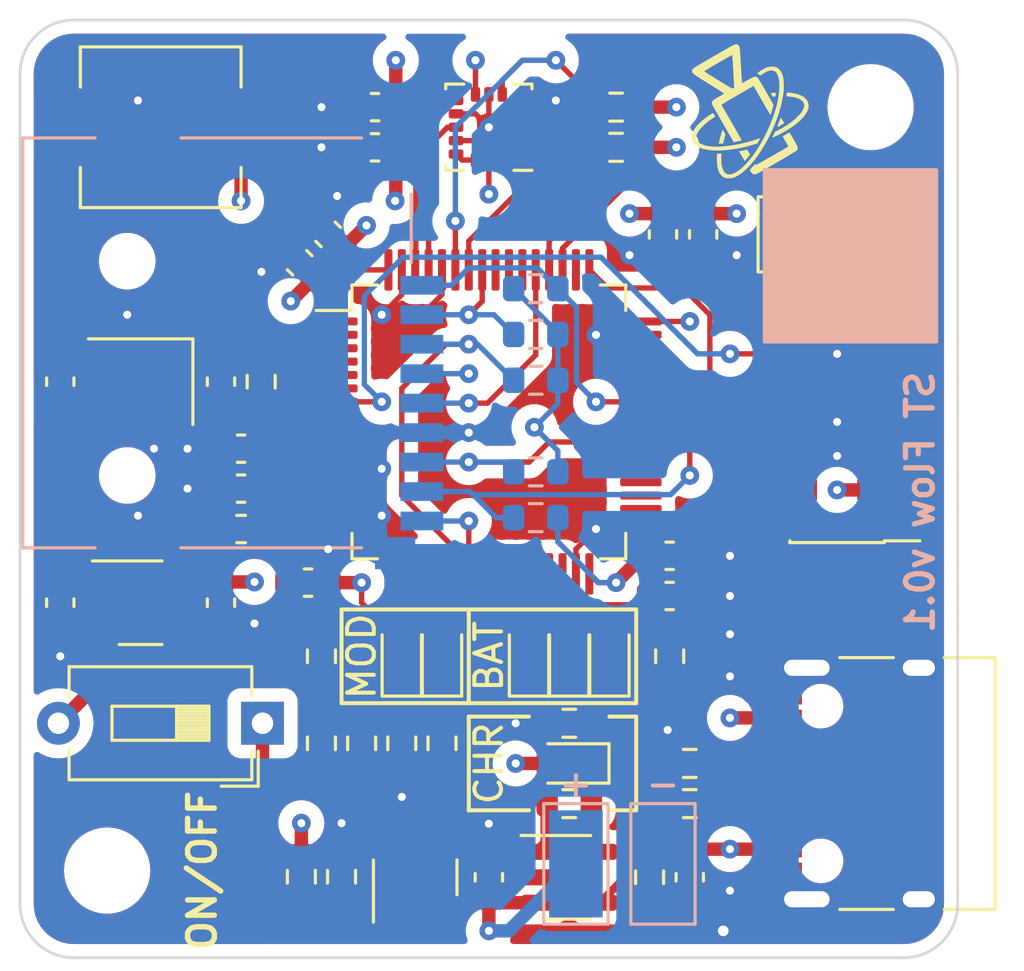
<source format=kicad_pcb>
(kicad_pcb (version 20211014) (generator pcbnew)
  (layers (0 "F.Cu" signal) (1 "In1.Cu" power) (2 "In2.Cu" power) (31 "B.Cu" signal) (34 "B.Paste" user) (35 "F.Paste" user) (36 "B.SilkS" user "B.Silkscreen") (37 "F.SilkS" user "F.Silkscreen") (38 "B.Mask" user) (39 "F.Mask" user) (44 "Edge.Cuts" user))
  (net 0 "")
  (net 11 "SD_D1")
  (net 16 "SD_D0")
  (net 19 "SD_CLK")
  (net 20 "SD_CMD")
  (net 22 "SD_D3")
  (net 28 "SD_D2")
  (net 30 "SD_CD")
  (net 31 "GND")
  (net 32 "+5V")
  (net 33 "/CC1")
  (net 37 "/CC2")
  (net 43 "JTAG_SWDIO")
  (net 44 "JTAG_SWCLK")
  (net 48 "JTAG_NRST")
  (net 49 "JTAG_UART_RX")
  (net 50 "JTAG_UART_TX")
  (net 51 "GYRO_SDA")
  (net 52 "GYRO_SCL")
  (net 55 "GYRO_IRQ2")
  (net 56 "GYRO_IRQ1")
  (net 57 "Net-(C103-Pad2)")
  (net 58 "Net-(C105-Pad1)")
  (net 59 "Net-(C106-Pad1)")
  (net 60 "VBAT")
  (net 61 "MCU_VBAT")
  (net 62 "MCU_VREF+")
  (net 64 "Net-(Q101-Pad3)")
  (net 65 "Net-(R105-Pad1)")
  (net 66 "Net-(D101-Pad1)")
  (net 67 "Net-(J102-Pad13)")
  (net 68 "Net-(J102-Pad14)")
  (net 69 "BAT_SENSE")
  (net 70 "Net-(D102-Pad1)")
  (net 71 "Net-(D103-Pad1)")
  (net 72 "Net-(D104-Pad1)")
  (net 73 "Net-(D105-Pad1)")
  (net 74 "Net-(D106-Pad1)")
  (net 75 "USER_BTN_IRQ")
  (net 76 "LED_1")
  (net 77 "LED_2")
  (net 78 "LED_3")
  (net 79 "LED_4")
  (net 80 "LED_5")
  (net 81 "CEL+")
  (net 82 "Net-(Q101-Pad1)")
  (net 84 "Net-(R107-Pad1)")
  (net 85 "Net-(R108-Pad1)")
  (footprint "Capacitor_SMD:C_0603_1608Metric" (layer "F.Cu") (at 164.499999 88 -90)
    (fp_text reference "C111" hide)
    (fp_text value "4.7uF" hide)
  )
  (footprint "Jumper:SolderJumper-2_P1.3mm_Bridged_Pad1.0x1.5mm" (layer "F.Cu") (at 167.55 88 90)
    (fp_text reference "JP102" hide)
    (fp_text value "SolderJumper_2_Bridged" hide)
  )
  (footprint "Resistor_SMD:R_0603_1608Metric" (layer "F.Cu") (at 149.5 111.98 -90)
    (fp_text reference "R116" hide)
    (fp_text value "??" hide)
  )
  (footprint "Package_TO_SOT_SMD:SOT-23" (layer "F.Cu") (at 153.75 112 90)
    (fp_text reference "Q101" hide)
    (fp_text value "TP0610T" hide)
  )
  (footprint "Capacitor_SMD:C_0603_1608Metric" (layer "F.Cu") (at 164 112 -90)
    (fp_text reference "C116" hide)
    (fp_text value "4.7uF" hide)
  )
  (footprint "Capacitor_SMD:C_0603_1608Metric" (layer "F.Cu") (at 147.25 97.49 180)
    (fp_text reference "C112" hide)
    (fp_text value "100nF" hide)
  )
  (footprint "Capacitor_SMD:C_0603_1608Metric" (layer "F.Cu") (at 150.5 88 135)
    (fp_text reference "C113" hide)
    (fp_text value "1uF" hide)
  )
  (footprint "MountingHole:MountingHole_2.2mm_M2_ISO14580" (layer "F.Cu") (at 170.75 83.25)
    (fp_text reference "H102" hide)
    (fp_text value "MountingHole_Pad" hide)
  )
  (footprint "Resistor_SMD:R_0603_1608Metric" (layer "F.Cu") (at 161.25 84.75 180)
    (fp_text reference "R104" hide)
    (fp_text value "10k" hide)
  )
  (footprint "Resistor_SMD:R_0603_1608Metric" (layer "F.Cu") (at 150.25 107 90)
    (fp_text reference "R114" hide)
    (fp_text value "10k" hide)
  )
  (footprint "Capacitor_SMD:C_0603_1608Metric" (layer "F.Cu") (at 147.25 96 180)
    (fp_text reference "C104" hide)
    (fp_text value "100nF" hide)
  )
  (footprint "Capacitor_SMD:C_0603_1608Metric" (layer "F.Cu") (at 140.5 101.75 -90)
    (fp_text reference "C114" hide)
    (fp_text value "1uF" hide)
  )
  (footprint "Resistor_SMD:R_0603_1608Metric" (layer "F.Cu") (at 150.25 103.75 90)
    (fp_text reference "R115" hide)
    (fp_text value "10k" hide)
  )
  (footprint "Resistor_SMD:R_0603_1608Metric" (layer "F.Cu") (at 162.5 112 -90)
    (fp_text reference "R107" hide)
    (fp_text value "12k" hide)
  )
  (footprint "LED_SMD:LED_0603_1608Metric" (layer "F.Cu") (at 153.25 103.75 90)
    (fp_text reference "D102" hide)
    (fp_text value "LED" hide)
  )
  (footprint "Package_LGA:LGA-16_3x3mm_P0.5mm_LayoutBorder3x5y" (layer "F.Cu") (at 156.5 84 180)
    (fp_text reference "U102" hide)
    (fp_text value "ST_LIS3DHTR" hide)
  )
  (footprint "Resistor_SMD:R_0603_1608Metric" (layer "F.Cu") (at 148 93.5 90)
    (fp_text reference "R105" hide)
    (fp_text value "1.2k" hide)
  )
  (footprint "Capacitor_SMD:C_0603_1608Metric" (layer "F.Cu") (at 163.25 101.5 180)
    (fp_text reference "C103" hide)
    (fp_text value "4.7uF" hide)
  )
  (footprint "Button_Switch_THT:SW_DIP_SPSTx01_Slide_6.7x4.1mm_W7.62mm_P2.54mm_LowProfile" (layer "F.Cu") (at 148.05 106.25 180)
    (fp_text reference "SW102" hide)
    (fp_text value "SW_DIP_x01" hide)
  )
  (footprint "Package_TO_SOT_SMD:SOT-23-5" (layer "F.Cu") (at 143.5 101.75)
    (fp_text reference "U103" hide)
    (fp_text value "MCP1802x-xx02xOT" hide)
  )
  (footprint "LED_SMD:LED_0603_1608Metric" (layer "F.Cu") (at 158 103.75 90)
    (fp_text reference "D104" hide)
    (fp_text value "LED" hide)
  )
  (footprint "LED_SMD:LED_0603_1608Metric" (layer "F.Cu") (at 161 103.75 90)
    (fp_text reference "D106" hide)
    (fp_text value "LED" hide)
  )
  (footprint "Resistor_SMD:R_0603_1608Metric" (layer "F.Cu") (at 164 107.75 180)
    (fp_text reference "R102" hide)
    (fp_text value "5.1k" hide)
  )
  (footprint "Capacitor_SMD:C_0603_1608Metric" (layer "F.Cu") (at 146.5 101.75 -90)
    (fp_text reference "C115" hide)
    (fp_text value "1uF" hide)
  )
  (footprint "Resistor_SMD:R_0603_1608Metric" (layer "F.Cu") (at 161.25 83.25 180)
    (fp_text reference "R103" hide)
    (fp_text value "10k" hide)
  )
  (footprint "MountingHole:MountingHole_2.2mm_M2_ISO14580" (layer "F.Cu") (at 142.25 111.75)
    (fp_text reference "H101" hide)
    (fp_text value "MountingHole_Pad" hide)
  )
  (footprint "Capacitor_SMD:C_0603_1608Metric" (layer "F.Cu") (at 149.75 101 180)
    (fp_text reference "C110" hide)
    (fp_text value "100nF" hide)
  )
  (footprint "Inductor_SMD:L_0603_1608Metric" (layer "F.Cu") (at 147.25 99)
    (fp_text reference "FB101" hide)
    (fp_text value "600R@100MHz" hide)
  )
  (footprint "LED_SMD:LED_0603_1608Metric" (layer "F.Cu") (at 159.5 103.75 90)
    (fp_text reference "D105" hide)
    (fp_text value "LED" hide)
  )
  (footprint "LED_SMD:LED_0603_1608Metric" (layer "F.Cu") (at 159.5 107.75 180)
    (fp_text reference "D101" hide)
    (fp_text value "LED" hide)
  )
  (footprint "Package_TO_SOT_SMD:SOT-23-5" (layer "F.Cu") (at 159.5 112)
    (fp_text reference "U104" hide)
    (fp_text value "MCP73831-2-OT" hide)
  )
  (footprint "Resistor_SMD:R_0603_1608Metric" (layer "F.Cu") (at 151.75 107 -90)
    (fp_text reference "R109" hide)
    (fp_text value "470" hide)
  )
  (footprint "Resistor_SMD:R_0603_1608Metric" (layer "F.Cu") (at 151 111.98 90)
    (fp_text reference "R106" hide)
    (fp_text value "10k" hide)
  )
  (footprint "Connector_USB:USB_C_Receptacle_HRO_TYPE-C-31-M-12" (layer "F.Cu") (at 171.5 108.5 90)
    (fp_text reference "J101" hide)
    (fp_text value "USB_C_Receptacle_USB2.0" hide)
  )
  (footprint "Button_Switch_SMD:SW_SPST_B3U-1000P" (layer "F.Cu") (at 144.25 84)
    (fp_text reference "SW101" hide)
    (fp_text value "SW_Push" hide)
  )
  (footprint "LOGO" (layer "F.Cu") (at 166.2 83.4 90)
    (fp_text reference "G***" hide)
    (fp_text value "LOGO" hide)
  )
  (footprint "Connector_PinHeader_1.27mm:PinHeader_2x07_P1.27mm_Vertical_SMD" (layer "F.Cu") (at 169.5 95 180)
    (fp_text reference "J102" hide)
    (fp_text value "Conn_02x07_Odd_Even" hide)
  )
  (footprint "Capacitor_SMD:C_0603_1608Metric" (layer "F.Cu") (at 156.5 112 90)
    (fp_text reference "C117" hide)
    (fp_text value "4.7uF" hide)
  )
  (footprint "Package_QFP:LQFP-64_10x10mm_P0.5mm" (layer "F.Cu") (at 156.5 95)
    (fp_text reference "U101" hide)
    (fp_text value "STM32F412RGTx" hide)
  )
  (footprint "Resistor_SMD:R_0603_1608Metric" (layer "F.Cu") (at 159.5 109.25)
    (fp_text reference "R108" hide)
    (fp_text value "470" hide)
  )
  (footprint "Resistor_SMD:R_0603_1608Metric" (layer "F.Cu") (at 154.75 107 -90)
    (fp_text reference "R111" hide)
    (fp_text value "470" hide)
  )
  (footprint "Crystal:Crystal_SMD_EuroQuartz_MT-4Pin_3.2x2.5mm" (layer "F.Cu") (at 143.5 93.5 180)
    (fp_text reference "Y101" hide)
    (fp_text value "16 Mhz" hide)
  )
  (footprint "Capacitor_SMD:C_0603_1608Metric" (layer "F.Cu") (at 149.43934 89.06066 135)
    (fp_text reference "C109" hide)
    (fp_text value "100nF" hide)
  )
  (footprint "Capacitor_SMD:C_0603_1608Metric" (layer "F.Cu") (at 152.25 84.75 180)
    (fp_text reference "C101" hide)
    (fp_text value "10uF" hide)
  )
  (footprint "Resistor_SMD:R_0603_1608Metric" (layer "F.Cu") (at 153.25 107 -90)
    (fp_text reference "R110" hide)
    (fp_text value "470" hide)
  )
  (footprint "Resistor_SMD:R_0603_1608Metric" (layer "F.Cu") (at 164 109.25 180)
    (fp_text reference "R101" hide)
    (fp_text value "5.1k" hide)
  )
  (footprint "Capacitor_SMD:C_0603_1608Metric" (layer "F.Cu") (at 146.5 93.5 -90)
    (fp_text reference "C106" hide)
    (fp_text value "12pF" hide)
  )
  (footprint "Capacitor_SMD:C_0603_1608Metric" (layer "F.Cu") (at 140.5 93.5 90)
    (fp_text reference "C105" hide)
    (fp_text value "12pF" hide)
  )
  (footprint "Capacitor_SMD:C_0603_1608Metric" (layer "F.Cu") (at 152.25 83.25 180)
    (fp_text reference "C102" hide)
    (fp_text value "100nF" hide)
  )
  (footprint "LED_SMD:LED_0603_1608Metric" (layer "F.Cu") (at 154.75 103.75 90)
    (fp_text reference "D103" hide)
    (fp_text value "LED" hide)
  )
  (footprint "Capacitor_SMD:C_0603_1608Metric" (layer "F.Cu") (at 163 88 -90)
    (fp_text reference "C108" hide)
    (fp_text value "100nF" hide)
  )
  (footprint "Capacitor_SMD:C_0603_1608Metric" (layer "F.Cu") (at 163.25 100)
    (fp_text reference "C107" hide)
    (fp_text value "100nF" hide)
  )
  (footprint "Jumper:SolderJumper-2_P1.3mm_Bridged_Pad1.0x1.5mm" (layer "F.Cu") (at 171.45 88 -90)
    (fp_text reference "JP101" hide)
    (fp_text value "SolderJumper_2_Bridged" hide)
  )
  (footprint "Resistor_SMD:R_0603_1608Metric" (layer "F.Cu") (at 163.25 103.75 90)
    (fp_text reference "R113" hide)
    (fp_text value "470" hide)
  )
  (footprint "Resistor_SMD:R_0603_1608Metric" (layer "F.Cu") (at 159.5 106.25 180)
    (fp_text reference "R112" hide)
    (fp_text value "470" hide)
  )
  (footprint "sd_slot:sd_lcsc" (layer "B.Cu") (at 153 97.4 90)
    (fp_text reference "U105" hide)
    (fp_text value "sd_slot_lcsc" hide)
  )
  (footprint "TestPoint:TestPoint_Pad_2.0x2.0mm" (layer "B.Cu") (at 159.75 111.5 -90)
    (fp_text reference "TP102" hide)
    (fp_text value "TestPoint" hide)
  )
  (footprint "TestPoint:TestPoint_Pad_2.0x2.0mm" (layer "B.Cu") (at 163 111.5 -90)
    (fp_text reference "TP101" hide)
    (fp_text value "TestPoint" hide)
  )
  (footprint "Resistor_SMD:R_0603_1608Metric" (layer "B.Cu") (at 158.25 98.575 180)
    (fp_text reference "R117" hide)
    (fp_text value "47k" hide)
  )
  (footprint "Resistor_SMD:R_0603_1608Metric" (layer "B.Cu") (at 158.25 90.025)
    (fp_text reference "R122" hide)
    (fp_text value "47k" hide)
  )
  (footprint "Resistor_SMD:R_0603_1608Metric" (layer "B.Cu") (at 158.25 93.445 180)
    (fp_text reference "R120" hide)
    (fp_text value "47k" hide)
  )
  (footprint "Resistor_SMD:R_0603_1608Metric" (layer "B.Cu") (at 158.25 96.865 180)
    (fp_text reference "R118" hide)
    (fp_text value "47k" hide)
  )
  (footprint "Resistor_SMD:R_0603_1608Metric" (layer "B.Cu") (at 158.25 91.735 180)
    (fp_text reference "R121" hide)
    (fp_text value "47k" hide)
  )
  (gr_rect (start 173.2 85.6) (end 166.8 92) (layer "B.SilkS") (width 0.15) (fill solid))
  (gr_line (start 155.75 105.5) (end 162 105.5) (layer "F.SilkS") (width 0.15))
  (gr_line (start 151 102) (end 155.75 102) (layer "F.SilkS") (width 0.15))
  (gr_line (start 161 106) (end 162 106) (layer "F.SilkS") (width 0.15))
  (gr_line (start 155.75 109.5) (end 158 109.5) (layer "F.SilkS") (width 0.15))
  (gr_line (start 155.75 106) (end 158 106) (layer "F.SilkS") (width 0.15))
  (gr_line (start 162 102) (end 155.75 102) (layer "F.SilkS") (width 0.15))
  (gr_line (start 151 105.5) (end 151 102) (layer "F.SilkS") (width 0.15))
  (gr_line (start 162 109.5) (end 161 109.5) (layer "F.SilkS") (width 0.15))
  (gr_line (start 155.75 106) (end 155.75 109.5) (layer "F.SilkS") (width 0.15))
  (gr_line (start 162 106) (end 162 109.5) (layer "F.SilkS") (width 0.15))
  (gr_line (start 155.75 105.5) (end 151 105.5) (layer "F.SilkS") (width 0.15))
  (gr_line (start 162 105.5) (end 162 102) (layer "F.SilkS") (width 0.15))
  (gr_line (start 155.75 102) (end 155.75 105.5) (layer "F.SilkS") (width 0.15))
  (gr_arc locked (start 172 80) (mid 173.414214 80.585786) (end 174 82) (layer "Edge.Cuts") (width 0.1))
  (gr_line locked (start 174 82) (end 174 113) (layer "Edge.Cuts") (width 0.1))
  (gr_arc locked (start 139 82) (mid 139.585786 80.585786) (end 141 80) (layer "Edge.Cuts") (width 0.1))
  (gr_arc locked (start 174 113) (mid 173.414214 114.414214) (end 172 115) (layer "Edge.Cuts") (width 0.1))
  (gr_line locked (start 141 80) (end 172 80) (layer "Edge.Cuts") (width 0.1))
  (gr_line locked (start 139 113) (end 139 82) (layer "Edge.Cuts") (width 0.1))
  (gr_line locked (start 172 115) (end 141 115) (layer "Edge.Cuts") (width 0.1))
  (gr_arc locked (start 141 115) (mid 139.585786 114.414214) (end 139 113) (layer "Edge.Cuts") (width 0.1))
  (gr_text "ST Flow v0.1" (at 172.6 98 90) (layer "B.SilkS") (effects (font (size 1 1) (thickness 0.2)) (justify mirror)))
  (gr_text "-" (at 163 108.5) (layer "B.SilkS") (effects (font (size 1 1)) (justify mirror)))
  (gr_text "+" (at 159.75 108.5) (layer "B.SilkS") (effects (font (size 1 1)) (justify mirror)))
  (gr_text "MOD\n" (at 151.75 103.75 90) (layer "F.SilkS") (effects (font (size 1 1))))
  (gr_text "BAT" (at 156.5 103.75 90) (layer "F.SilkS") (effects (font (size 1 1))))
  (gr_text "CHR" (at 156.5 107.75 90) (layer "F.SilkS") (effects (font (size 1 1))))
  (gr_text "ON/OFF" (at 145.8 111.75 90) (layer "F.SilkS") (effects (font (size 1 1) (thickness 0.2))))
  (segment (start 163.125 95.25) (end 162.175 95.25) (width 0.2) (layer "F.Cu") (net 11))
  (segment (start 164 96.125) (end 163.125 95.25) (width 0.2) (layer "F.Cu") (net 11))
  (segment (start 164 97) (end 164 96.125) (width 0.2) (layer "F.Cu") (net 11))
  (via (at 164 97) (size 0.7) (drill 0.3) (layers "F.Cu" "B.Cu") (net 11))
  (segment (start 156.775 98.575) (end 155.8 97.6) (width 0.2) (layer "B.Cu") (net 11))
  (segment (start 155.8 97.6) (end 154 97.6) (width 0.2) (layer "B.Cu") (net 11))
  (segment (start 163.285612 97.714388) (end 164 97) (width 0.2) (layer "B.Cu") (net 11))
  (segment (start 157.425 98.575) (end 156.775 98.575) (width 0.2) (layer "B.Cu") (net 11))
  (segment (start 155.903908 97.714388) (end 163.285612 97.714388) (width 0.2) (layer "B.Cu") (net 11))
  (segment (start 155.78952 97.6) (end 155.903908 97.714388) (width 0.2) (layer "B.Cu") (net 11))
  (segment (start 162.175 95.75) (end 158.75 95.75) (width 0.2) (layer "F.Cu") (net 16))
  (segment (start 158 96.5) (end 155.75 96.5) (width 0.2) (layer "F.Cu") (net 16))
  (segment (start 158.75 95.75) (end 158 96.5) (width 0.2) (layer "F.Cu") (net 16))
  (via (at 155.75 96.5) (size 0.7) (drill 0.3) (layers "F.Cu" "B.Cu") (net 16))
  (segment (start 157.06 96.5) (end 157.425 96.865) (width 0.2) (layer "B.Cu") (net 16))
  (segment (start 155.75 96.5) (end 154 96.5) (width 0.2) (layer "B.Cu") (net 16))
  (segment (start 155.75 96.5) (end 157.06 96.5) (width 0.2) (layer "B.Cu") (net 16))
  (segment (start 156.45 94.3) (end 158.25 92.5) (width 0.2) (layer "F.Cu") (net 19))
  (segment (start 155.75 94.3) (end 155.8 94.25) (width 0.2) (layer "F.Cu") (net 19))
  (segment (start 158.25 92.5) (end 158.25 89.325) (width 0.2) (layer "F.Cu") (net 19))
  (segment (start 155.8 94.3) (end 156.45 94.3) (width 0.2) (layer "F.Cu") (net 19))
  (via (at 155.75 94.3) (size 0.7) (drill 0.3) (layers "F.Cu" "B.Cu") (net 19))
  (segment (start 155.75 94.3) (end 154 94.3) (width 0.2) (layer "B.Cu") (net 19))
  (segment (start 153.25 97.75) (end 155.25 99.75) (width 0.2) (layer "F.Cu") (net 20))
  (segment (start 155.75 92.1) (end 154.9 92.1) (width 0.2) (layer "F.Cu") (net 20))
  (segment (start 154.9 92.1) (end 153.25 93.75) (width 0.2) (layer "F.Cu") (net 20))
  (segment (start 153.25 93.75) (end 153.25 97.75) (width 0.2) (layer "F.Cu") (net 20))
  (segment (start 155.25 99.75) (end 155.25 100.675) (width 0.2) (layer "F.Cu") (net 20))
  (via (at 155.75 92.1) (size 0.7) (drill 0.3) (layers "F.Cu" "B.Cu") (net 20))
  (segment (start 155.75 92.1) (end 154 92.1) (width 0.2) (layer "B.Cu") (net 20))
  (segment (start 156.08 92.1) (end 157.425 93.445) (width 0.2) (layer "B.Cu") (net 20))
  (segment (start 155.75 92.1) (end 156.08 92.1) (width 0.2) (layer "B.Cu") (net 20))
  (segment (start 155.75 91) (end 156.25 90.5) (width 0.2) (layer "F.Cu") (net 22))
  (segment (start 156.25 90.5) (end 156.25 89.325) (width 0.2) (layer "F.Cu") (net 22))
  (via (at 155.75 91) (size 0.7) (drill 0.3) (layers "F.Cu" "B.Cu") (net 22))
  (segment (start 156.69 91) (end 157.425 91.735) (width 0.2) (layer "B.Cu") (net 22))
  (segment (start 155.75 91) (end 156.69 91) (width 0.2) (layer "B.Cu") (net 22))
  (segment (start 155.75 91) (end 154 91) (width 0.2) (layer "B.Cu") (net 22))
  (segment (start 162.175 94.25) (end 160.5 94.25) (width 0.2) (layer "F.Cu") (net 28))
  (via (at 160.5 94.25) (size 0.7) (drill 0.3) (layers "F.Cu" "B.Cu") (net 28))
  (segment (start 155.1 89.9) (end 154 89.9) (width 0.2) (layer "B.Cu") (net 28))
  (segment (start 159.77452 90.72452) (end 159.77452 93.52452) (width 0.2) (layer "B.Cu") (net 28))
  (segment (start 159.075 90.025) (end 158.30048 89.25048) (width 0.2) (layer "B.Cu") (net 28))
  (segment (start 159.075 90.025) (end 159.77452 90.72452) (width 0.2) (layer "B.Cu") (net 28))
  (segment (start 159.77452 93.52452) (end 160.5 94.25) (width 0.2) (layer "B.Cu") (net 28))
  (segment (start 155.74952 89.25048) (end 155.1 89.9) (width 0.2) (layer "B.Cu") (net 28))
  (segment (start 158.30048 89.25048) (end 155.74952 89.25048) (width 0.2) (layer "B.Cu") (net 28))
  (segment (start 155.75 98.7) (end 155.75 100.675) (width 0.2) (layer "F.Cu") (net 30))
  (via (at 155.75 98.7) (size 0.7) (drill 0.3) (layers "F.Cu" "B.Cu") (net 30))
  (segment (start 154 98.7) (end 155.75 98.7) (width 0.2) (layer "B.Cu") (net 30))
  (segment (start 142.4 92.6) (end 142.4 91.6) (width 0.5) (layer "F.Cu") (net 31))
  (segment (start 167.455 111.75) (end 166.25 111.75) (width 0.5) (layer "F.Cu") (net 31))
  (segment (start 153.25 100.675) (end 153.25 99.25) (width 0.2) (layer "F.Cu") (net 31))
  (segment (start 153.25 109) (end 153.575 109) (width 0.5) (layer "F.Cu") (net 31))
  (segment (start 149.85 102.525) (end 150.25 102.925) (width 0.5) (layer "F.Cu") (net 31))
  (segment (start 165.5 102.925) (end 163.25 102.925) (width 0.5) (layer "F.Cu") (net 31))
  (segment (start 154.75 89.325) (end 154.75 90.25) (width 0.2) (layer "F.Cu") (net 31))
  (segment (start 148.975 101) (end 148.975 101.775) (width 0.5) (layer "F.Cu") (net 31))
  (segment (start 153.25 89.325) (end 153.25 90.25) (width 0.2) (layer "F.Cu") (net 31))
  (segment (start 148.891331 88.512652) (end 148.007449 89.396537) (width 0.5) (layer "F.Cu") (net 31))
  (segment (start 159.75 99.75) (end 160.5 99) (width 0.2) (layer "F.Cu") (net 31))
  (segment (start 141.275 101.75) (end 140.5 102.525) (width 0.5) (layer "F.Cu") (net 31))
  (segment (start 152.925 109) (end 151.75 107.825) (width 0.5) (layer "F.Cu") (net 31))
  (segment (start 163.175 107.75) (end 163.175 106.5) (width 0.5) (layer "F.Cu") (net 31))
  (segment (start 154 91) (end 152.5 91) (width 0.2) (layer "F.Cu") (net 31))
  (segment (start 155.275 84.5) (end 156 84.5) (width 0.2) (layer "F.Cu") (net 31))
  (segment (start 165.225 112.775) (end 165.5 112.5) (width 0.5) (layer "F.Cu") (net 31))
  (segment (start 171.45 95) (end 169.5 95) (width 0.5) (layer "F.Cu") (net 31))
  (segment (start 156 83.5) (end 156.5 84) (width 0.2) (layer "F.Cu") (net 31))
  (segment (start 154.75 90.25) (end 154 91) (width 0.2) (layer "F.Cu") (net 31))
  (segment (start 156.5 111.225) (end 156.5 110) (width 0.5) (layer "F.Cu") (net 31))
  (segment (start 165.5 100) (end 164.025 100) (width 0.5) (layer "F.Cu") (net 31))
  (segment (start 148.975 101.775) (end 148.225 102.525) (width 0.5) (layer "F.Cu") (net 31))
  (segment (start 159.75 100.675) (end 159.75 99.75) (width 0.2) (layer "F.Cu") (net 31))
  (segment (start 166.25 111.75) (end 165.5 112.5) (width 0.5) (layer "F.Cu") (net 31))
  (segment (start 151 109.98) (end 151 111.155) (width 0.5) (layer "F.Cu") (net 31))
  (segment (start 158.3625 112) (end 157.275 112) (width 0.5) (layer "F.Cu") (net 31))
  (segment (start 161.75 88.775) (end 162.999999 88.775001) (width 0.5) (layer "F.Cu") (net 31))
  (segment (start 146.5 94.275) (end 144.725 94.275) (width 0.5) (layer "F.Cu") (net 31))
  (segment (start 165.5 101.5) (end 164.025 101.5) (width 0.5) (layer "F.Cu") (net 31))
  (segment (start 162.175 91.75) (end 160.5 91.75) (width 0.2) (layer "F.Cu") (net 31))
  (segment (start 159 83) (end 157.725 83) (width 0.2) (layer "F.Cu") (net 31))
  (segment (start 144.6 94.4) (end 144.6 95.4) (width 0.5) (layer "F.Cu") (net 31))
  (segment (start 149.951992 87.451991) (end 150.835877 86.568109) (width 0.5) (layer "F.Cu") (net 31))
  (segment (start 148.225 102.525) (end 147.75 102.525) (width 0.5) (layer "F.Cu") (net 31))
  (segment (start 167.455 105.25) (end 166.25 105.25) (width 0.5) (layer "F.Cu") (net 31))
  (segment (start 144.6 95.4) (end 144 96) (width 0.5) (layer "F.Cu") (net 31))
  (segment (start 155.275 83.5) (end 156 83.5) (width 0.2) (layer "F.Cu") (net 31))
  (segment (start 171.45 92.46) (end 169.5 92.46) (width 0.5) (layer "F.Cu") (net 31))
  (segment (start 156.5 82.775) (end 156.5 84) (width 0.2) (layer "F.Cu") (net 31))
  (segment (start 153.25 109) (end 152.925 109) (width 0.5) (layer "F.Cu") (net 31))
  (segment (start 153.575 109) (end 154.75 107.825) (width 0.5) (layer "F.Cu") (net 31))
  (segment (start 157.275 112) (end 156.5 111.225) (width 0.5) (layer "F.Cu") (net 31))
  (segment (start 171.45 96.27) (end 169.5 96.27) (width 0.5) (layer "F.Cu") (net 31))
  (segment (start 151.475 83.25) (end 150.25 83.25) (width 0.5) (layer "F.Cu") (net 31))
  (segment (start 147.75 102.525) (end 149.85 102.525) (width 0.5) (layer "F.Cu") (net 31))
  (segment (start 164.499999 88.775001) (end 165.749999 88.775) (width 0.5) (layer "F.Cu") (net 31))
  (segment (start 142.3625 101.75) (end 141.275 101.75) (width 0.5) (layer "F.Cu") (net 31))
  (segment (start 153.25 90.25) (end 152.5 91) (width 0.2) (layer "F.Cu") (net 31))
  (segment (start 164 112.775) (end 162.55 112.775) (width 0.5) (layer "F.Cu") (net 31))
  (segment (start 146.475 96) (end 145.25 96) (width 0.5) (layer "F.Cu") (net 31))
  (segment (start 147.75 102.525) (end 146.5 102.525) (width 0.5) (layer "F.Cu") (net 31))
  (segment (start 163.175 109.25) (end 163.175 107.75) (width 0.5) (layer "F.Cu") (net 31))
  (segment (start 150.825 96.75) (end 152.5 96.75) (width 0.2) (layer "F.Cu") (net 31))
  (segment (start 140.5 92.725) (end 142.275 92.725) (width 0.5) (layer "F.Cu") (net 31))
  (segment (start 153.25 107.825) (end 153.25 109) (width 0.5) (layer "F.Cu") (net 31))
  (segment (start 142.4 91.6) (end 143 91) (width 0.5) (layer "F.Cu") (net 31))
  (segment (start 153.25 99.25) (end 152.5 98.5) (width 0.2) (layer "F.Cu") (net 31))
  (segment (start 156 84.5) (end 156.5 84) (width 0.2) (layer "F.Cu") (net 31))
  (segment (start 158.675 106.25) (end 157.5 106.25) (width 0.5) (layer "F.Cu") (net 31))
  (segment (start 166.25 105.25) (end 165.5 104.5) (width 0.5) (layer "F.Cu") (net 31))
  (segment (start 151.475 84.75) (end 150.25 84.75) (width 0.5) (layer "F.Cu") (net 31))
  (segment (start 146.475 97.49) (end 145.25 97.49) (width 0.5) (layer "F.Cu") (net 31))
  (segment (start 164 112.775) (end 165.225 112.775) (width 0.5) (layer "F.Cu") (net 31))
  (segment (start 140.5 103.75) (end 140.5 102.525) (width 0.5) (layer "F.Cu") (net 31))
  (via (at 160.5 91.75) (size 0.7) (drill 0.3) (layers "F.Cu" "B.Cu") (net 31))
  (via (at 169.5 96.27) (size 0.7) (drill 0.3) (layers "F.Cu" "B.Cu") (net 31))
  (via (at 153.25 109) (size 0.7) (drill 0.3) (layers "F.Cu" "B.Cu") (net 31))
  (via (at 148.007449 89.396537) (size 0.7) (drill 0.3) (layers "F.Cu" "B.Cu") (net 31))
  (via (at 150.25 83.25) (size 0.7) (drill 0.3) (layers "F.Cu" "B.Cu") (net 31))
  (via (at 152.5 98.5) (size 0.7) (drill 0.3) (layers "F.Cu" "B.Cu") (net 31))
  (via (at 161.75 88.775) (size 0.7) (drill 0.3) (layers "F.Cu" "B.Cu") (net 31))
  (via (at 150.835877 86.568109) (size 0.7) (drill 0.3) (layers "F.Cu" "B.Cu") (net 31))
  (via (at 165.5 101.5) (size 0.7) (drill 0.3) (layers "F.Cu" "B.Cu") (net 31))
  (via (at 144 96) (size 0.7) (drill 0.3) (layers "F.Cu" "B.Cu") (net 31))
  (via (at 150.25 84.75) (size 0.7) (drill 0.3) (layers "F.Cu" "B.Cu") (net 31))
  (via (at 157.5 106.25) (size 0.7) (drill 0.3) (layers "F.Cu" "B.Cu") (net 31))
  (via (at 165.5 112.5) (size 0.7) (drill 0.3) (layers "F.Cu" "B.Cu") (net 31))
  (via (at 143.4 83) (size 0.7) (drill 0.3) (layers "F.Cu" "B.Cu") (net 31))
  (via (at 143 91) (size 0.7) (drill 0.3) (layers "F.Cu" "B.Cu") (net 31))
  (via (at 165.5 104.5) (size 0.7) (drill 0.3) (layers "F.Cu" "B.Cu") (net 31))
  (via (at 145.25 96) (size 0.7) (drill 0.3) (layers "F.Cu" "B.Cu") (net 31))
  (via (at 145.25 97.49) (size 0.7) (drill 0.3) (layers "F.Cu" "B.Cu") (net 31))
  (via (at 155.75 95.4) (size 0.7) (drill 0.3) (layers "F.Cu" "B.Cu") (net 31))
  (via (at 163.175 106.5) (size 0.7) (drill 0.3) (layers "F.Cu" "B.Cu") (net 31))
  (via (at 156.5 110) (size 0.7) (drill 0.3) (layers "F.Cu" "B.Cu") (net 31))
  (via (at 165.5 102.925) (size 0.7) (drill 0.3) (layers "F.Cu" "B.Cu") (net 31))
  (via (at 151 109.98) (size 0.7) (drill 0.3) (layers "F.Cu" "B.Cu") (net 31))
  (via (at 143.4 98.5) (size 0.7) (drill 0.3) (layers "F.Cu" "B.Cu") (net 31))
  (via (at 150.5 99.75) (size 0.7) (drill 0.3) (layers "F.Cu" "B.Cu") (net 31))
  (via (at 160.5 99) (size 0.7) (drill 0.3) (layers "F.Cu" "B.Cu") (net 31))
  (via (at 140.5 103.75) (size 0.7) (drill 0.3) (layers "F.Cu" "B.Cu") (net 31))
  (via (at 152.5 91) (size 0.7) (drill 0.3) (layers "F.Cu" "B.Cu") (net 31))
  (via (at 165.749999 88.775) (size 0.7) (drill 0.3) (layers "F.Cu" "B.Cu") (net 31))
  (via (at 165.5 100) (size 0.7) (drill 0.3) (layers "F.Cu" "B.Cu") (net 31))
  (via (at 165.25 114) (size 0.8) (drill 0.4) (layers "F.Cu" "B.Cu") (net 31))
  (via (at 159 83) (size 0.7) (drill 0.3) (layers "F.Cu" "B.Cu") (net 31))
  (via (at 147.75 102.525) (size 0.7) (drill 0.3) (layers "F.Cu" "B.Cu") (net 31))
  (via (at 156.5 84) (size 0.7) (drill 0.3) (layers "F.Cu" "B.Cu") (net 31))
  (via (at 169.5 92.46) (size 0.7) (drill 0.3) (layers "F.Cu" "B.Cu") (net 31))
  (via (at 169.5 95) (size 0.7) (drill 0.3) (layers "F.Cu" "B.Cu") (net 31))
  (via (at 152.5 96.75) (size 0.7) (drill 0.3) (layers "F.Cu" "B.Cu") (net 31))
  (segment (start 150.5 99.75) (end 152.85 99.75) (width 0.5) (layer "B.Cu") (net 31))
  (segment (start 143.4 98.5) (end 143.4 99.9) (width 0.5) (layer "B.Cu") (net 31))
  (segment (start 150.7 85.2) (end 150.25 84.75) (width 0.5) (layer "B.Cu") (net 31))
  (segment (start 155.75 95.4) (end 154 95.4) (width 0.2) (layer "B.Cu") (net 31))
  (segment (start 143.4 84.4) (end 143.4 83) (width 0.5) (layer "B.Cu") (net 31))
  (segment (start 153 85.2) (end 150.7 85.2) (width 0.5) (layer "B.Cu") (net 31))
  (segment (start 163 111.75) (end 165.25 114) (width 0.5) (layer "B.Cu") (net 31))
  (segment (start 158.7125 107.75) (end 157.5 107.75) (width 0.5) (layer "F.Cu") (net 32))
  (segment (start 149.5 111.155) (end 149.5 109.98) (width 0.5) (layer "F.Cu") (net 32))
  (segment (start 167.455 110.95) (end 165.5 110.95) (width 0.5) (layer "F.Cu") (net 32))
  (segment (start 161.5875 112) (end 160.6375 112.95) (width 0.3) (layer "F.Cu") (net 32))
  (segment (start 164.275 110.95) (end 164 111.225) (width 0.5) (layer "F.Cu") (net 32))
  (segment (start 164 111.225) (end 163.225 112) (width 0.3) (layer "F.Cu") (net 32))
  (segment (start 167.455 106.05) (end 165.5 106.05) (width 0.5) (layer "F.Cu") (net 32))
  (segment (start 163.225 112) (end 161.5875 112) (width 0.3) (layer "F.Cu") (net 32))
  (segment (start 165.5 110.95) (end 164.275 110.95) (width 0.5) (layer "F.Cu") (net 32))
  (via (at 157.5 107.75) (size 0.7) (drill 0.3) (layers "F.Cu" "B.Cu") (net 32))
  (via (at 165.5 106.05) (size 0.7) (drill 0.3) (layers "F.Cu" "B.Cu") (net 32))
  (via (at 165.5 110.95) (size 0.7) (drill 0.3) (layers "F.Cu" "B.Cu") (net 32))
  (via (at 149.5 109.98) (size 0.7) (drill 0.3) (layers "F.Cu" "B.Cu") (net 32))
  (segment (start 165.75 109.75) (end 165.25 109.25) (width 0.2) (layer "F.Cu") (net 33))
  (segment (start 165.25 109.25) (end 164.825 109.25) (width 0.2) (layer "F.Cu") (net 33))
  (segment (start 167.455 109.75) (end 165.75 109.75) (width 0.2) (layer "F.Cu") (net 33))
  (segment (start 167.455 106.75) (end 166.25 106.75) (width 0.2) (layer "F.Cu") (net 37))
  (segment (start 166.25 106.75) (end 165.25 107.75) (width 0.2) (layer "F.Cu") (net 37))
  (segment (start 165.25 107.75) (end 164.825 107.75) (width 0.2) (layer "F.Cu") (net 37))
  (segment (start 164.25 95.75) (end 166.04 97.54) (width 0.2) (layer "F.Cu") (net 43))
  (segment (start 166.04 97.54) (end 167.55 97.54) (width 0.2) (layer "F.Cu") (net 43))
  (segment (start 162.175 92.25) (end 162.979651 92.25) (width 0.2) (layer "F.Cu") (net 43))
  (segment (start 164.25 93.520349) (end 164.25 95.75) (width 0.2) (layer "F.Cu") (net 43))
  (segment (start 162.979651 92.25) (end 164.25 93.520349) (width 0.2) (layer "F.Cu") (net 43))
  (segment (start 160.25 89.325) (end 160.925 90) (width 0.2) (layer "F.Cu") (net 44))
  (segment (start 163.75 90) (end 164.75 91) (width 0.2) (layer "F.Cu") (net 44))
  (segment (start 166.02 96.27) (end 167.55 96.27) (width 0.2) (layer "F.Cu") (net 44))
  (segment (start 164.75 95) (end 166.02 96.27) (width 0.2) (layer "F.Cu") (net 44))
  (segment (start 164.75 91) (end 164.75 95) (width 0.2) (layer "F.Cu") (net 44))
  (segment (start 160.925 90) (end 163.75 90) (width 0.2) (layer "F.Cu") (net 44))
  (segment (start 152.5 94.25) (end 150.825 94.25) (width 0.2) (layer "F.Cu") (net 48))
  (segment (start 167.55 92.46) (end 165.5 92.46) (width 0.2) (layer "F.Cu") (net 48))
  (segment (start 148.025 96) (end 149.775 94.25) (width 0.2) (layer "F.Cu") (net 48))
  (segment (start 149.775 94.25) (end 150.825 94.25) (width 0.2) (layer "F.Cu") (net 48))
  (via (at 165.5 92.46) (size 0.7) (drill 0.3) (layers "F.Cu" "B.Cu") (net 48))
  (via (at 152.5 94.25) (size 0.7) (drill 0.3) (layers "F.Cu" "B.Cu") (net 48))
  (segment (start 152.5 94.25) (end 151.850489 93.600489) (width 0.2) (layer "B.Cu") (net 48))
  (segment (start 151.850489 93.600489) (end 151.850489 90.300489) (width 0.2) (layer "B.Cu") (net 48))
  (segment (start 151.850489 90.300489) (end 153.300018 88.85096) (width 0.2) (layer "B.Cu") (net 48))
  (segment (start 160.682412 88.85096) (end 164.291452 92.46) (width 0.2) (layer "B.Cu") (net 48))
  (segment (start 164.291452 92.46) (end 165.5 92.46) (width 0.2) (layer "B.Cu") (net 48))
  (segment (start 153.300018 88.85096) (end 160.682412 88.85096) (width 0.2) (layer "B.Cu") (net 48))
  (segment (start 169.85 85.75) (end 161.25 85.75) (width 0.2) (layer "F.Cu") (net 49))
  (segment (start 158.75 88.25) (end 158.75 89.325) (width 0.2) (layer "F.Cu") (net 49))
  (segment (start 171.45 87.35) (end 169.85 85.75) (width 0.2) (layer "F.Cu") (net 49))
  (segment (start 161.25 85.75) (end 158.75 88.25) (width 0.2) (layer "F.Cu") (net 49))
  (segment (start 166.45 86.25) (end 167.55 87.35) (width 0.2) (layer "F.Cu") (net 50))
  (segment (start 159.25 88.520349) (end 161.520349 86.25) (width 0.2) (layer "F.Cu") (net 50))
  (segment (start 161.520349 86.25) (end 166.45 86.25) (width 0.2) (layer "F.Cu") (net 50))
  (segment (start 159.25 89.325) (end 159.25 88.520349) (width 0.2) (layer "F.Cu") (net 50))
  (segment (start 157.75 81.5) (end 157 82.25) (width 0.2) (layer "F.Cu") (net 51))
  (segment (start 157 82.25) (end 157 82.775) (width 0.2) (layer "F.Cu") (net 51))
  (segment (start 160.425 82.925) (end 159 81.5) (width 0.2) (layer "F.Cu") (net 51))
  (segment (start 159 81.5) (end 157.75 81.5) (width 0.2) (layer "F.Cu") (net 51))
  (segment (start 155.25 89.325) (end 155.25 87.5) (width 0.2) (layer "F.Cu") (net 51))
  (via (at 155.25 87.5) (size 0.7) (drill 0.3) (layers "F.Cu" "B.Cu") (net 51))
  (via (at 159 81.5) (size 0.7) (drill 0.3) (layers "F.Cu" "B.Cu") (net 51))
  (segment (start 155.25 84) (end 155.25 87.5) (width 0.2) (layer "B.Cu") (net 51))
  (segment (start 157.75 81.5) (end 155.25 84) (width 0.2) (layer "B.Cu") (net 51))
  (segment (start 159 81.5) (end 157.75 81.5) (width 0.2) (layer "B.Cu") (net 51))
  (segment (start 158.581452 83.5) (end 159.831452 84.75) (width 0.2) (layer "F.Cu") (net 52))
  (segment (start 159.25 84.75) (end 160.425 84.75) (width 0.2) (layer "F.Cu") (net 52))
  (segment (start 155.75 88.25) (end 159.25 84.75) (width 0.2) (layer "F.Cu") (net 52))
  (segment (start 159.831452 84.75) (end 160.425 84.75) (width 0.2) (layer "F.Cu") (net 52))
  (segment (start 155.75 89.325) (end 155.75 88.25) (width 0.2) (layer "F.Cu") (net 52))
  (segment (start 157.725 83.5) (end 158.581452 83.5) (width 0.2) (layer "F.Cu") (net 52))
  (segment (start 154.952672 83) (end 153.77452 84.178152) (width 0.2) (layer "F.Cu") (net 55))
  (segment (start 153.77452 84.178152) (end 153.77452 89.30048) (width 0.2) (layer "F.Cu") (net 55))
  (segment (start 155.275 83) (end 154.952672 83) (width 0.2) (layer "F.Cu") (net 55))
  (segment (start 154.25 89.325) (end 154.25 84.702672) (width 0.2) (layer "F.Cu") (net 56))
  (segment (start 154.952672 84) (end 155.275 84) (width 0.2) (layer "F.Cu") (net 56))
  (segment (start 154.25 84.702672) (end 154.952672 84) (width 0.2) (layer "F.Cu") (net 56))
  (segment (start 159.25 101.479651) (end 159.596309 101.82596) (width 0.2) (layer "F.Cu") (net 57))
  (segment (start 159.596309 101.82596) (end 162.14904 101.82596) (width 0.2) (layer "F.Cu") (net 57))
  (segment (start 159.25 100.675) (end 159.25 101.479651) (width 0.2) (layer "F.Cu") (net 57))
  (segment (start 162.14904 101.82596) (end 162.475 101.5) (width 0.2) (layer "F.Cu") (net 57))
  (segment (start 143.3 93.5) (end 149.394988 93.5) (width 0.2) (layer "F.Cu") (net 58))
  (segment (start 142.4 94.4) (end 143.3 93.5) (width 0.2) (layer "F.Cu") (net 58))
  (segment (start 149.394988 93.5) (end 149.644988 93.25) (width 0.2) (layer "F.Cu") (net 58))
  (segment (start 149.644988 93.25) (end 150.825 93.25) (width 0.2) (layer "F.Cu") (net 58))
  (segment (start 140.5 94.275) (end 142.275 94.275) (width 0.5) (layer "F.Cu") (net 58))
  (segment (start 146.5 92.725) (end 147.95 92.725) (width 0.5) (layer "F.Cu") (net 59))
  (segment (start 146.5 92.725) (end 144.725 92.725) (width 0.5) (layer "F.Cu") (net 59))
  (segment (start 143.47452 102.27548) (end 143.47452 103.20548) (width 0.5) (layer "F.Cu") (net 60))
  (segment (start 143.05 100.8) (end 142.3625 100.8) (width 0.5) (layer "F.Cu") (net 60))
  (segment (start 143.47452 102.27548) (end 143.47452 101.22452) (width 0.5) (layer "F.Cu") (net 60))
  (segment (start 143.05 102.7) (end 143.47452 102.27548) (width 0.5) (layer "F.Cu") (net 60))
  (segment (start 143.47452 103.20548) (end 140.43 106.25) (width 0.5) (layer "F.Cu") (net 60))
  (segment (start 142.3625 102.7) (end 143.05 102.7) (width 0.5) (layer "F.Cu") (net 60))
  (segment (start 142.3625 100.8) (end 140.675 100.8) (width 0.5) (layer "F.Cu") (net 60))
  (segment (start 143.47452 101.22452) (end 143.05 100.8) (width 0.5) (layer "F.Cu") (net 60))
  (segment (start 152.75 89.325) (end 151.825 89.325) (width 0.2) (layer "F.Cu") (net 61))
  (segment (start 152 102) (end 151.75 101.75) (width 0.2) (layer "F.Cu") (net 61))
  (segment (start 163.5 84.75) (end 162.075 84.75) (width 0.5) (layer "F.Cu") (net 61))
  (segment (start 162.25 100) (end 162.475 100) (width 0.5) (layer "F.Cu") (net 61))
  (segment (start 145.2 100.8) (end 144.6375 100.8) (width 0.5) (layer "F.Cu") (net 61))
  (segment (start 161.25 101) (end 160.575 101) (width 0.2) (layer "F.Cu") (net 61))
  (segment (start 144.6375 100.8) (end 146.325 100.8) (width 0.5) (layer "F.Cu") (net 61))
  (segment (start 162.175 91.25) (end 164 91.25) (width 0.2) (layer "F.Cu") (net 61))
  (segment (start 150.525 101) (end 151.75 101) (width 0.5) (layer "F.Cu") (net 61))
  (segment (start 156 85.225) (end 157 85.225) (width 0.2) (layer "F.Cu") (net 61))
  (segment (start 161.749999 87.225001) (end 163 87.225) (width 0.5) (layer "F.Cu") (net 61))
  (segment (start 163.5 83.25) (end 162.075 83.25) (width 0.5) (layer "F.Cu") (net 61))
  (segment (start 164.499999 87.225) (end 165.749999 87.225001) (width 0.5) (layer "F.Cu") (net 61))
  (segment (start 153.507503 102) (end 152 102) (width 0.2) (layer "F.Cu") (net 61))
  (segment (start 153.025 86.725) (end 153.025 84.75) (width 0.5) (layer "F.Cu") (net 61))
  (segment (start 146.5 100.975) (end 147.75 100.975) (width 0.5) (layer "F.Cu") (net 61))
  (segment (start 171.45 97.54) (end 169.5 97.54) (width 0.5) (layer "F.Cu") (net 61))
  (segment (start 146.4625 99) (end 146.4625 99.5375) (width 0.5) (layer "F.Cu") (net 61))
  (segment (start 153.75 101.757503) (end 153.507503 102) (width 0.2) (layer "F.Cu") (net 61))
  (segment (start 147.25 86.75) (end 147.25 84) (width 0.5) (layer "F.Cu") (net 61))
  (segment (start 151.75 101.75) (end 151.75 101) (width 0.2) (layer "F.Cu") (net 61))
  (segment (start 150.825 91.25) (end 150.825 90.44632) (width 0.2) (layer "F.Cu") (net 61))
  (segment (start 161.25 101) (end 162.25 100) (width 0.5) (layer "F.Cu") (net 61))
  (segment (start 149.987348 89.608669) (end 149.103463 90.492551) (width 0.5) (layer "F.Cu") (net 61))
  (segment (start 156 85.225) (end 155.5 85.225) (width 0.2) (layer "F.Cu") (net 61))
  (segment (start 155.5 85.225) (end 155.275 85) (width 0.2) (layer "F.Cu") (net 61))
  (segment (start 157.5 85.225) (end 157.725 85) (width 0.2) (layer "F.Cu") (net 61))
  (segment (start 153.75 100.675) (end 153.75 101.757503) (width 0.2) (layer "F.Cu") (net 61))
  (segment (start 151.048009 88.548008) (end 151.931891 87.664123) (width 0.5) (layer "F.Cu") (net 61))
  (segment (start 153.025 83.25) (end 153.025 84.75) (width 0.5) (layer "F.Cu") (net 61))
  (segment (start 153.025 83.25) (end 153.025 81.5) (width 0.5) (layer "F.Cu") (net 61))
  (segment (start 151.825 89.325) (end 151.048008 88.548008) (width 0.2) (layer "F.Cu") (net 61))
  (segment (start 157 85.225) (end 157.5 85.225) (width 0.2) (layer "F.Cu") (net 61))
  (segment (start 153 86.75) (end 153.025 86.725) (width 0.5) (layer "F.Cu") (net 61))
  (segment (start 146.4625 99.5375) (end 145.2 100.8) (width 0.5) (layer "F.Cu") (net 61))
  (segment (start 156.5 86.5) (end 156.5 85.225) (width 0.2) (layer "F.Cu") (net 61))
  (segment (start 160.575 101) (end 160.25 100.675) (width 0.2) (layer "F.Cu") (net 61))
  (segment (start 156 82.775) (end 156 81.5) (width 0.2) (layer "F.Cu") (net 61))
  (segment (start 150.825 90.44632) (end 149.987348 89.608668) (width 0.2) (layer "F.Cu") (net 61))
  (via (at 147.25 86.75) (size 0.7) (drill 0.3) (layers "F.Cu" "B.Cu") (net 61))
  (via (at 153.025 81.5) (size 0.7) (drill 0.3) (layers "F.Cu" "B.Cu") (net 61))
  (via (at 161.749999 87.225001) (size 0.7) (drill 0.3) (layers "F.Cu" "B.Cu") (net 61))
  (via (at 147.75 100.975) (size 0.7) (drill 0.3) (layers "F.Cu" "B.Cu") (net 61))
  (via (at 164 91.25) (size 0.7) (drill 0.3) (layers "F.Cu" "B.Cu") (net 61))
  (via (at 149.103463 90.492551) (size 0.7) (drill 0.3) (layers "F.Cu" "B.Cu") (net 61))
  (via (at 169.5 97.54) (size 0.7) (drill 0.3) (layers "F.Cu" "B.Cu") (net 61))
  (via (at 151.931891 87.664123) (size 0.7) (drill 0.3) (layers "F.Cu" "B.Cu") (net 61))
  (via (at 161.25 101) (size 0.7) (drill 0.3) (layers "F.Cu" "B.Cu") (net 61))
  (via (at 153 86.75) (size 0.7) (drill 0.3) (layers "F.Cu" "B.Cu") (net 61))
  (via (at 163.5 84.75) (size 0.7) (drill 0.3) (layers "F.Cu" "B.Cu") (net 61))
  (via (at 156 81.5) (size 0.7) (drill 0.3) (layers "F.Cu" "B.Cu") (net 61))
  (via (at 158.2 95.2) (size 0.7) (drill 0.3) (layers "F.Cu" "B.Cu") (net 61))
  (via (at 165.749999 87.225001) (size 0.7) (drill 0.3) (layers "F.Cu" "B.Cu") (net 61))
  (via (at 156.5 86.5) (size 0.7) (drill 0.3) (layers "F.Cu" "B.Cu") (net 61))
  (via (at 155.75 93.2) (size 0.7) (drill 0.3) (layers "F.Cu" "B.Cu") (net 61))
  (via (at 151.75 101) (size 0.7) (drill 0.3) (layers "F.Cu" "B.Cu") (net 61))
  (via (at 163.5 83.25) (size 0.7) (drill 0.3) (layers "F.Cu" "B.Cu") (net 61))
  (segment (start 159.075 99.475) (end 160.6 101) (width 0.2) (layer "B.Cu") (net 61))
  (segment (start 159.075 91.735) (end 159.075 93.445) (width 0.2) (layer "B.Cu") (net 61))
  (segment (start 158.2 95.2) (end 159.075 96.075) (width 0.2) (layer "B.Cu") (net 61))
  (segment (start 159.075 96.075) (end 159.075 96.865) (width 0.2) (layer "B.Cu") (net 61))
  (segment (start 159.075 93.445) (end 159.075 94.325) (width 0.2) (layer "B.Cu") (net 61))
  (segment (start 155.75 93.2) (end 154 93.2) (width 0.2) (layer "B.Cu") (net 61))
  (segment (start 157.425 90.025) (end 159.075 91.675) (width 0.2) (layer "B.Cu") (net 61))
  (segment (start 159.075 98.575) (end 159.075 99.475) (width 0.2) (layer "B.Cu") (net 61))
  (segment (start 159.075 91.675) (end 159.075 91.735) (width 0.2) (layer "B.Cu") (net 61))
  (segment (start 160.6 101) (end 161.25 101) (width 0.2) (layer "B.Cu") (net 61))
  (segment (start 159.075 94.325) (end 158.2 95.2) (width 0.2) (layer "B.Cu") (net 61))
  (segment (start 148.025 97.49) (end 148.025 98.9875) (width 0.5) (layer "F.Cu") (net 62))
  (segment (start 150.825 97.25) (end 148.265 97.25) (width 0.2) (layer "F.Cu") (net 62))
  (segment (start 153.198329 114.12452) (end 149.12452 114.12452) (width 0.5) (layer "F.Cu") (net 64))
  (segment (start 149.12452 114.12452) (end 148.05 113.05) (width 0.5) (layer "F.Cu") (net 64))
  (segment (start 148.05 113.05) (end 148.05 106.25) (width 0.5) (layer "F.Cu") (net 64))
  (segment (start 153.75 113.572849) (end 153.198329 114.12452) (width 0.5) (layer "F.Cu") (net 64))
  (segment (start 153.75 111.0625) (end 153.75 113.572849) (width 0.5) (layer "F.Cu") (net 64))
  (segment (start 150.825 93.75) (end 149.709994 93.75) (width 0.2) (layer "F.Cu") (net 65))
  (segment (start 149.709994 93.75) (end 149.209994 94.25) (width 0.2) (layer "F.Cu") (net 65))
  (segment (start 149.209994 94.25) (end 148.075 94.25) (width 0.2) (layer "F.Cu") (net 65))
  (segment (start 160.325 109.25) (end 160.325 107.7875) (width 0.5) (layer "F.Cu") (net 66))
  (segment (start 171.45 91.19) (end 171.45 88.65) (width 0.5) (layer "F.Cu") (net 67))
  (segment (start 167.55 91.19) (end 167.55 88.65) (width 0.5) (layer "F.Cu") (net 68))
  (segment (start 149.25 100.058217) (end 149.75 100.558217) (width 0.2) (layer "F.Cu") (net 69))
  (segment (start 149.75 97.75) (end 149.25 98.25) (width 0.2) (layer "F.Cu") (net 69))
  (segment (start 149.75 100.558217) (end 149.75 101.441783) (width 0.2) (layer "F.Cu") (net 69))
  (segment (start 149.75 101.441783) (end 150.082737 101.77452) (width 0.2) (layer "F.Cu") (net 69))
  (segment (start 150.082737 101.77452) (end 150.280947 101.77452) (width 0.2) (layer "F.Cu") (net 69))
  (segment (start 150.25 106.175) (end 150.25 104.575) (width 0.2) (layer "F.Cu") (net 69))
  (segment (start 151.02452 103.80048) (end 150.25 104.575) (width 0.2) (layer "F.Cu") (net 69))
  (segment (start 149.25 98.25) (end 149.25 100.058217) (width 0.2) (layer "F.Cu") (net 69))
  (segment (start 150.280947 101.77452) (end 151.02452 102.518093) (width 0.2) (layer "F.Cu") (net 69))
  (segment (start 150.825 97.75) (end 149.75 97.75) (width 0.2) (layer "F.Cu") (net 69))
  (segment (start 151.02452 102.518093) (end 151.02452 103.80048) (width 0.2) (layer "F.Cu") (net 69))
  (segment (start 151.75 106.0375) (end 153.25 104.5375) (width 0.2) (layer "F.Cu") (net 70))
  (segment (start 153.25 106.0375) (end 154.75 104.5375) (width 0.2) (layer "F.Cu") (net 71))
  (segment (start 158 104.5375) (end 156.3875 104.5375) (width 0.2) (layer "F.Cu") (net 72))
  (segment (start 156.3875 104.5375) (end 154.75 106.175) (width 0.2) (layer "F.Cu") (net 72))
  (segment (start 159.5 104.5375) (end 159.5 105.425) (width 0.2) (layer "F.Cu") (net 73))
  (segment (start 159.5 105.425) (end 160.325 106.25) (width 0.2) (layer "F.Cu") (net 73))
  (segment (start 161 104.5375) (end 163.2125 104.5375) (width 0.2) (layer "F.Cu") (net 74))
  (segment (start 149 91.75) (end 141.25 84) (width 0.2) (layer "F.Cu") (net 75))
  (segment (start 150.825 91.75) (end 149 91.75) (width 0.2) (layer "F.Cu") (net 75))
  (segment (start 156.25 100.675) (end 156.25 101.479651) (width 0.2) (layer "F.Cu") (net 76))
  (segment (start 153.98702 102.22548) (end 153.25 102.9625) (width 0.2) (layer "F.Cu") (net 76))
  (segment (start 156.25 101.479651) (end 155.504171 102.22548) (width 0.2) (layer "F.Cu") (net 76))
  (segment (start 155.504171 102.22548) (end 153.98702 102.22548) (width 0.2) (layer "F.Cu") (net 76))
  (segment (start 156.75 102.25) (end 156.75 100.675) (width 0.2) (layer "F.Cu") (net 77))
  (segment (start 154.75 102.9625) (end 156.0375 102.9625) (width 0.2) (layer "F.Cu") (net 77))
  (segment (start 156.0375 102.9625) (end 156.75 102.25) (width 0.2) (layer "F.Cu") (net 77))
  (segment (start 157.25 100.675) (end 157.25 102.2125) (width 0.2) (layer "F.Cu") (net 78))
  (segment (start 157.25 102.2125) (end 158 102.9625) (width 0.2) (layer "F.Cu") (net 78))
  (segment (start 158.22548 102.22548) (end 158.76298 102.22548) (width 0.2) (layer "F.Cu") (net 79))
  (segment (start 157.75 100.675) (end 157.75 101.75) (width 0.2) (layer "F.Cu") (net 79))
  (segment (start 158.76298 102.22548) (end 159.5 102.9625) (width 0.2) (layer "F.Cu") (net 79))
  (segment (start 157.75 101.75) (end 158.22548 102.22548) (width 0.2) (layer "F.Cu") (net 79))
  (segment (start 158.57596 101.82596) (end 158.928467 101.825961) (width 0.2) (layer "F.Cu") (net 80))
  (segment (start 159.327986 102.22548) (end 160.26298 102.22548) (width 0.2) (layer "F.Cu") (net 80))
  (segment (start 158.25 100.675) (end 158.25 101.5) (width 0.2) (layer "F.Cu") (net 80))
  (segment (start 160.26298 102.22548) (end 161 102.9625) (width 0.2) (layer "F.Cu") (net 80))
  (segment (start 158.25 101.5) (end 158.57596 101.82596) (width 0.2) (layer "F.Cu") (net 80))
  (segment (start 158.928467 101.825961) (end 159.327986 102.22548) (width 0.2) (layer "F.Cu") (net 80))
  (segment (start 154 109.75) (end 154.7 110.45) (width 0.2) (layer "F.Cu") (net 81))
  (segment (start 154.7 112.9375) (end 156.3375 112.9375) (width 0.5) (layer "F.Cu") (net 81))
  (segment (start 158.3625 112.95) (end 156.675 112.95) (width 0.5) (layer "F.Cu") (net 81))
  (segment (start 156.5 112.775) (end 156.5 114) (width 0.5) (layer "F.Cu") (net 81))
  (segment (start 150.25 107.825) (end 152.175 109.75) (width 0.2) (layer "F.Cu") (net 81))
  (segment (start 152.175 109.75) (end 154 109.75) (width 0.2) (layer "F.Cu") (net 81))
  (segment (start 154.7 110.45) (end 154.7 112.9375) (width 0.2) (layer "F.Cu") (net 81))
  (via (at 156.5 114) (size 0.7) (drill 0.3) (layers "F.Cu" "B.Cu") (net 81))
  (segment (start 156.5 114) (end 157.25 114) (width 0.5) (layer "B.Cu") (net 81))
  (segment (start 157.25 114) (end 159.75 111.5) (width 0.5) (layer "B.Cu") (net 81))
  (segment (start 151 112.805) (end 149.5 112.805) (width 0.5) (layer "F.Cu") (net 82))
  (segment (start 151 112.805) (end 152.6675 112.805) (width 0.5) (layer "F.Cu") (net 82))
  (segment (start 152.6675 112.805) (end 152.8 112.9375) (width 0.5) (layer "F.Cu") (net 82))
  (segment (start 160.6375 111.05) (end 162.375 111.05) (width 0.5) (layer "F.Cu") (net 84))
  (segment (start 158.675 109.25) (end 158.675 110.7375) (width 0.5) (layer "F.Cu") (net 85))
  (segment (start 158.675 110.7375) (end 158.3625 111.05) (width 0.5) (layer "F.Cu") (net 85))
  (zone (net 31) (net_name "GND") (layers "F.Cu" "In1.Cu" "B.Cu") (connect_pads yes (clearance 0.508)) (min_thickness 0.254) (fill yes (thermal_gap 0.508) (thermal_bridge_width 0.508))
    (polygon (pts (xy 174.5 115.5) (xy 138.5 115.5) (xy 138.5 79.5) (xy 174.5 79.5)))
  )
)
</source>
